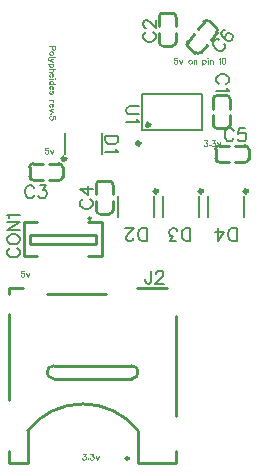
<source format=gto>
G04 Layer: TopSilkscreenLayer*
G04 EasyEDA v6.5.54, 2026-02-14 17:59:59*
G04 2bbe276c55c74596aa95547dd797203b,b56bf7277742442884ecbff68b5c164c,10*
G04 Gerber Generator version 0.2*
G04 Scale: 100 percent, Rotated: No, Reflected: No *
G04 Dimensions in millimeters *
G04 leading zeros omitted , absolute positions ,4 integer and 5 decimal *
%FSLAX45Y45*%
%MOMM*%

%ADD10C,0.0500*%
%ADD11C,0.1524*%
%ADD12C,0.2540*%
%ADD13C,0.3000*%
%ADD14C,0.0154*%

%LPD*%
D10*
X1066551Y3543289D02*
G01*
X1018799Y3543289D01*
X1066551Y3543289D02*
G01*
X1066551Y3522715D01*
X1064265Y3516111D01*
X1061979Y3513825D01*
X1057407Y3511539D01*
X1050549Y3511539D01*
X1045977Y3513825D01*
X1043691Y3516111D01*
X1041405Y3522715D01*
X1041405Y3543289D01*
X1050549Y3485123D02*
G01*
X1048263Y3489695D01*
X1043691Y3494267D01*
X1036833Y3496553D01*
X1032261Y3496553D01*
X1025657Y3494267D01*
X1021085Y3489695D01*
X1018799Y3485123D01*
X1018799Y3478265D01*
X1021085Y3473693D01*
X1025657Y3469121D01*
X1032261Y3466835D01*
X1036833Y3466835D01*
X1043691Y3469121D01*
X1048263Y3473693D01*
X1050549Y3478265D01*
X1050549Y3485123D01*
X1066551Y3451849D02*
G01*
X1018799Y3451849D01*
X1050549Y3434577D02*
G01*
X1018799Y3421115D01*
X1050549Y3407399D02*
G01*
X1018799Y3421115D01*
X1009655Y3425687D01*
X1005083Y3430005D01*
X1002797Y3434577D01*
X1002797Y3436863D01*
X1050549Y3392413D02*
G01*
X1002797Y3392413D01*
X1043691Y3392413D02*
G01*
X1048263Y3387841D01*
X1050549Y3383269D01*
X1050549Y3376411D01*
X1048263Y3371839D01*
X1043691Y3367267D01*
X1036833Y3365235D01*
X1032261Y3365235D01*
X1025657Y3367267D01*
X1021085Y3371839D01*
X1018799Y3376411D01*
X1018799Y3383269D01*
X1021085Y3387841D01*
X1025657Y3392413D01*
X1066551Y3349995D02*
G01*
X1018799Y3349995D01*
X1041405Y3349995D02*
G01*
X1048263Y3343391D01*
X1050549Y3338819D01*
X1050549Y3331961D01*
X1048263Y3327389D01*
X1041405Y3325103D01*
X1018799Y3325103D01*
X1036833Y3310117D02*
G01*
X1036833Y3282939D01*
X1041405Y3282939D01*
X1045977Y3285225D01*
X1048263Y3287257D01*
X1050549Y3291829D01*
X1050549Y3298687D01*
X1048263Y3303259D01*
X1043691Y3307831D01*
X1036833Y3310117D01*
X1032261Y3310117D01*
X1025657Y3307831D01*
X1021085Y3303259D01*
X1018799Y3298687D01*
X1018799Y3291829D01*
X1021085Y3287257D01*
X1025657Y3282939D01*
X1066551Y3267953D02*
G01*
X1064265Y3265667D01*
X1066551Y3263381D01*
X1068837Y3265667D01*
X1066551Y3267953D01*
X1050549Y3265667D02*
G01*
X1018799Y3265667D01*
X1066551Y3220963D02*
G01*
X1018799Y3220963D01*
X1043691Y3220963D02*
G01*
X1048263Y3225535D01*
X1050549Y3230107D01*
X1050549Y3236965D01*
X1048263Y3241537D01*
X1043691Y3246109D01*
X1036833Y3248395D01*
X1032261Y3248395D01*
X1025657Y3246109D01*
X1021085Y3241537D01*
X1018799Y3236965D01*
X1018799Y3230107D01*
X1021085Y3225535D01*
X1025657Y3220963D01*
X1036833Y3205977D02*
G01*
X1036833Y3178799D01*
X1041405Y3178799D01*
X1045977Y3181085D01*
X1048263Y3183371D01*
X1050549Y3187943D01*
X1050549Y3194547D01*
X1048263Y3199119D01*
X1043691Y3203691D01*
X1036833Y3205977D01*
X1032261Y3205977D01*
X1025657Y3203691D01*
X1021085Y3199119D01*
X1018799Y3194547D01*
X1018799Y3187943D01*
X1021085Y3183371D01*
X1025657Y3178799D01*
X1043691Y3138667D02*
G01*
X1048263Y3140953D01*
X1050549Y3147811D01*
X1050549Y3154669D01*
X1048263Y3161527D01*
X1043691Y3163813D01*
X1039119Y3161527D01*
X1036833Y3156955D01*
X1034547Y3145525D01*
X1032261Y3140953D01*
X1027689Y3138667D01*
X1025657Y3138667D01*
X1021085Y3140953D01*
X1018799Y3147811D01*
X1018799Y3154669D01*
X1021085Y3161527D01*
X1025657Y3163813D01*
X1050549Y3088629D02*
G01*
X1018799Y3088629D01*
X1036833Y3088629D02*
G01*
X1043691Y3086597D01*
X1048263Y3082025D01*
X1050549Y3077453D01*
X1050549Y3070595D01*
X1036833Y3055609D02*
G01*
X1036833Y3028177D01*
X1041405Y3028177D01*
X1045977Y3030463D01*
X1048263Y3032749D01*
X1050549Y3037321D01*
X1050549Y3044179D01*
X1048263Y3048751D01*
X1043691Y3053323D01*
X1036833Y3055609D01*
X1032261Y3055609D01*
X1025657Y3053323D01*
X1021085Y3048751D01*
X1018799Y3044179D01*
X1018799Y3037321D01*
X1021085Y3032749D01*
X1025657Y3028177D01*
X1050549Y3013191D02*
G01*
X1018799Y2999729D01*
X1050549Y2986013D02*
G01*
X1018799Y2999729D01*
X1029975Y2968741D02*
G01*
X1027689Y2971027D01*
X1025657Y2968741D01*
X1027689Y2966455D01*
X1029975Y2968741D01*
X1066551Y2924291D02*
G01*
X1066551Y2946897D01*
X1045977Y2949183D01*
X1048263Y2946897D01*
X1050549Y2940039D01*
X1050549Y2933181D01*
X1048263Y2926577D01*
X1043691Y2922005D01*
X1036833Y2919719D01*
X1032261Y2919719D01*
X1025657Y2922005D01*
X1021085Y2926577D01*
X1018799Y2933181D01*
X1018799Y2940039D01*
X1021085Y2946897D01*
X1023371Y2949183D01*
X1027689Y2951469D01*
X801878Y1638045D02*
G01*
X779271Y1638045D01*
X776986Y1617471D01*
X779271Y1619757D01*
X786129Y1622044D01*
X792987Y1622044D01*
X799592Y1619757D01*
X804163Y1615186D01*
X806450Y1608328D01*
X806450Y1603755D01*
X804163Y1597152D01*
X799592Y1592579D01*
X792987Y1590294D01*
X786129Y1590294D01*
X779271Y1592579D01*
X776986Y1594865D01*
X774700Y1599437D01*
X821436Y1622044D02*
G01*
X835152Y1590294D01*
X848868Y1622044D02*
G01*
X835152Y1590294D01*
X1005078Y2679445D02*
G01*
X982471Y2679445D01*
X980186Y2658871D01*
X982471Y2661157D01*
X989329Y2663444D01*
X996187Y2663444D01*
X1002792Y2661157D01*
X1007363Y2656586D01*
X1009650Y2649728D01*
X1009650Y2645155D01*
X1007363Y2638552D01*
X1002792Y2633979D01*
X996187Y2631694D01*
X989329Y2631694D01*
X982471Y2633979D01*
X980186Y2636265D01*
X977900Y2640837D01*
X1024636Y2663444D02*
G01*
X1038352Y2631694D01*
X1052068Y2663444D02*
G01*
X1038352Y2631694D01*
X2097277Y3441445D02*
G01*
X2074672Y3441445D01*
X2072386Y3420871D01*
X2074672Y3423157D01*
X2081529Y3425444D01*
X2088388Y3425444D01*
X2094991Y3423157D01*
X2099563Y3418586D01*
X2101850Y3411728D01*
X2101850Y3407155D01*
X2099563Y3400552D01*
X2094991Y3395979D01*
X2088388Y3393694D01*
X2081529Y3393694D01*
X2074672Y3395979D01*
X2072386Y3398265D01*
X2070100Y3402837D01*
X2116836Y3425444D02*
G01*
X2130552Y3393694D01*
X2144268Y3425444D02*
G01*
X2130552Y3393694D01*
X2205481Y3425444D02*
G01*
X2200909Y3423157D01*
X2196338Y3418586D01*
X2194306Y3411728D01*
X2194306Y3407155D01*
X2196338Y3400552D01*
X2200909Y3395979D01*
X2205481Y3393694D01*
X2212340Y3393694D01*
X2216911Y3395979D01*
X2221484Y3400552D01*
X2223770Y3407155D01*
X2223770Y3411728D01*
X2221484Y3418586D01*
X2216911Y3423157D01*
X2212340Y3425444D01*
X2205481Y3425444D01*
X2238756Y3425444D02*
G01*
X2238756Y3393694D01*
X2238756Y3416300D02*
G01*
X2245613Y3423157D01*
X2250186Y3425444D01*
X2257043Y3425444D01*
X2261361Y3423157D01*
X2263647Y3416300D01*
X2263647Y3393694D01*
X2313686Y3425444D02*
G01*
X2313686Y3377692D01*
X2313686Y3418586D02*
G01*
X2318258Y3423157D01*
X2322829Y3425444D01*
X2329688Y3425444D01*
X2334259Y3423157D01*
X2338831Y3418586D01*
X2341118Y3411728D01*
X2341118Y3407155D01*
X2338831Y3400552D01*
X2334259Y3395979D01*
X2329688Y3393694D01*
X2322829Y3393694D01*
X2318258Y3395979D01*
X2313686Y3400552D01*
X2356104Y3441445D02*
G01*
X2358390Y3439160D01*
X2360675Y3441445D01*
X2358390Y3443731D01*
X2356104Y3441445D01*
X2358390Y3425444D02*
G01*
X2358390Y3393694D01*
X2375661Y3425444D02*
G01*
X2375661Y3393694D01*
X2375661Y3416300D02*
G01*
X2382265Y3423157D01*
X2386838Y3425444D01*
X2393695Y3425444D01*
X2398268Y3423157D01*
X2400554Y3416300D01*
X2400554Y3393694D01*
X2450591Y3432302D02*
G01*
X2455163Y3434587D01*
X2462022Y3441445D01*
X2462022Y3393694D01*
X2490470Y3441445D02*
G01*
X2483611Y3439160D01*
X2479293Y3432302D01*
X2477008Y3420871D01*
X2477008Y3414013D01*
X2479293Y3402837D01*
X2483611Y3395979D01*
X2490470Y3393694D01*
X2495041Y3393694D01*
X2501900Y3395979D01*
X2506472Y3402837D01*
X2508758Y3414013D01*
X2508758Y3420871D01*
X2506472Y3432302D01*
X2501900Y3439160D01*
X2495041Y3441445D01*
X2490470Y3441445D01*
X1299971Y88645D02*
G01*
X1324863Y88645D01*
X1311402Y70357D01*
X1318005Y70357D01*
X1322578Y68071D01*
X1324863Y65786D01*
X1327150Y58928D01*
X1327150Y54355D01*
X1324863Y47752D01*
X1320292Y43179D01*
X1313687Y40894D01*
X1306829Y40894D01*
X1299971Y43179D01*
X1297686Y45465D01*
X1295400Y50037D01*
X1344421Y52070D02*
G01*
X1342136Y50037D01*
X1344421Y47752D01*
X1346707Y50037D01*
X1344421Y52070D01*
X1366265Y88645D02*
G01*
X1391412Y88645D01*
X1377695Y70357D01*
X1384554Y70357D01*
X1389126Y68071D01*
X1391412Y65786D01*
X1393697Y58928D01*
X1393697Y54355D01*
X1391412Y47752D01*
X1386839Y43179D01*
X1379981Y40894D01*
X1373123Y40894D01*
X1366265Y43179D01*
X1363979Y45465D01*
X1361694Y50037D01*
X1408684Y72644D02*
G01*
X1422145Y40894D01*
X1435862Y72644D02*
G01*
X1422145Y40894D01*
X2328672Y2742945D02*
G01*
X2353563Y2742945D01*
X2340102Y2724657D01*
X2346706Y2724657D01*
X2351277Y2722371D01*
X2353563Y2720086D01*
X2355850Y2713228D01*
X2355850Y2708655D01*
X2353563Y2702052D01*
X2348991Y2697479D01*
X2342388Y2695194D01*
X2335529Y2695194D01*
X2328672Y2697479D01*
X2326386Y2699765D01*
X2324100Y2704337D01*
X2373122Y2706370D02*
G01*
X2370836Y2704337D01*
X2373122Y2702052D01*
X2375408Y2704337D01*
X2373122Y2706370D01*
X2394965Y2742945D02*
G01*
X2420111Y2742945D01*
X2406395Y2724657D01*
X2413254Y2724657D01*
X2417825Y2722371D01*
X2420111Y2720086D01*
X2422397Y2713228D01*
X2422397Y2708655D01*
X2420111Y2702052D01*
X2415540Y2697479D01*
X2408681Y2695194D01*
X2401824Y2695194D01*
X2394965Y2697479D01*
X2392679Y2699765D01*
X2390393Y2704337D01*
X2437384Y2726944D02*
G01*
X2450845Y2695194D01*
X2464561Y2726944D02*
G01*
X2450845Y2695194D01*
D11*
X1601205Y2781287D02*
G01*
X1492239Y2781287D01*
X1601205Y2781287D02*
G01*
X1601205Y2744965D01*
X1596125Y2729217D01*
X1585711Y2719057D01*
X1575297Y2713723D01*
X1559549Y2708643D01*
X1533641Y2708643D01*
X1518147Y2713723D01*
X1507733Y2719057D01*
X1497319Y2729217D01*
X1492239Y2744965D01*
X1492239Y2781287D01*
X1580377Y2674353D02*
G01*
X1585711Y2663939D01*
X1601205Y2648191D01*
X1492239Y2648191D01*
X1841497Y1891273D02*
G01*
X1841497Y2000239D01*
X1841497Y1891273D02*
G01*
X1805175Y1891273D01*
X1789429Y1896353D01*
X1779262Y1906767D01*
X1773933Y1917181D01*
X1768855Y1932929D01*
X1768855Y1958837D01*
X1773933Y1974331D01*
X1779262Y1984745D01*
X1789429Y1995159D01*
X1805175Y2000239D01*
X1841497Y2000239D01*
X1729231Y1917181D02*
G01*
X1729231Y1912101D01*
X1724149Y1901687D01*
X1718815Y1896353D01*
X1708398Y1891273D01*
X1687829Y1891273D01*
X1677415Y1896353D01*
X1672081Y1901687D01*
X1666999Y1912101D01*
X1666999Y1922515D01*
X1672081Y1932929D01*
X1682490Y1948423D01*
X1734565Y2000239D01*
X1661665Y2000239D01*
X2209789Y1891273D02*
G01*
X2209789Y2000239D01*
X2209789Y1891273D02*
G01*
X2173467Y1891273D01*
X2157719Y1896353D01*
X2147559Y1906767D01*
X2142225Y1917181D01*
X2137145Y1932929D01*
X2137145Y1958837D01*
X2142225Y1974331D01*
X2147559Y1984745D01*
X2157719Y1995159D01*
X2173467Y2000239D01*
X2209789Y2000239D01*
X2092441Y1891273D02*
G01*
X2035291Y1891273D01*
X2066279Y1932929D01*
X2050785Y1932929D01*
X2040371Y1938009D01*
X2035291Y1943089D01*
X2029957Y1958837D01*
X2029957Y1969251D01*
X2035291Y1984745D01*
X2045705Y1995159D01*
X2061199Y2000239D01*
X2076693Y2000239D01*
X2092441Y1995159D01*
X2097521Y1990079D01*
X2102855Y1979665D01*
X2603489Y1891273D02*
G01*
X2603489Y2000239D01*
X2603489Y1891273D02*
G01*
X2567167Y1891273D01*
X2551419Y1896353D01*
X2541259Y1906767D01*
X2535925Y1917181D01*
X2530845Y1932929D01*
X2530845Y1958837D01*
X2535925Y1974331D01*
X2541259Y1984745D01*
X2551419Y1995159D01*
X2567167Y2000239D01*
X2603489Y2000239D01*
X2444485Y1891273D02*
G01*
X2496555Y1963917D01*
X2418577Y1963917D01*
X2444485Y1891273D02*
G01*
X2444485Y2000239D01*
X1779013Y3035292D02*
G01*
X1701035Y3035292D01*
X1685538Y3030204D01*
X1675127Y3019800D01*
X1670044Y3004045D01*
X1670044Y2993623D01*
X1675127Y2978142D01*
X1685538Y2967720D01*
X1701035Y2962650D01*
X1779013Y2962650D01*
X1758185Y2928353D02*
G01*
X1763519Y2917944D01*
X1779013Y2902193D01*
X1670044Y2902193D01*
X2515097Y3224011D02*
G01*
X2525511Y3229345D01*
X2535925Y3239759D01*
X2541005Y3249919D01*
X2541005Y3270747D01*
X2535925Y3281161D01*
X2525511Y3291575D01*
X2515097Y3296909D01*
X2499349Y3301989D01*
X2473441Y3301989D01*
X2457947Y3296909D01*
X2447533Y3291575D01*
X2437119Y3281161D01*
X2432039Y3270747D01*
X2432039Y3249919D01*
X2437119Y3239759D01*
X2447533Y3229345D01*
X2457947Y3224011D01*
X2520177Y3189721D02*
G01*
X2525511Y3179307D01*
X2541005Y3163813D01*
X2432039Y3163813D01*
X1836077Y3657892D02*
G01*
X1825663Y3652558D01*
X1815249Y3642144D01*
X1810169Y3631984D01*
X1810169Y3611156D01*
X1815249Y3600742D01*
X1825663Y3590328D01*
X1836077Y3584994D01*
X1851825Y3579914D01*
X1877733Y3579914D01*
X1893227Y3584994D01*
X1903641Y3590328D01*
X1914055Y3600742D01*
X1919135Y3611156D01*
X1919135Y3631984D01*
X1914055Y3642144D01*
X1903641Y3652558D01*
X1893227Y3657892D01*
X1836077Y3697262D02*
G01*
X1830997Y3697262D01*
X1820583Y3702596D01*
X1815249Y3707676D01*
X1810169Y3718090D01*
X1810169Y3738918D01*
X1815249Y3749332D01*
X1820583Y3754412D01*
X1830997Y3759746D01*
X1841411Y3759746D01*
X1851825Y3754412D01*
X1867319Y3743998D01*
X1919135Y3692182D01*
X1919135Y3764826D01*
X890778Y2337307D02*
G01*
X885444Y2347721D01*
X875029Y2358136D01*
X864870Y2363215D01*
X844042Y2363215D01*
X833628Y2358136D01*
X823213Y2347721D01*
X817879Y2337307D01*
X812800Y2321560D01*
X812800Y2295652D01*
X817879Y2280157D01*
X823213Y2269744D01*
X833628Y2259329D01*
X844042Y2254250D01*
X864870Y2254250D01*
X875029Y2259329D01*
X885444Y2269744D01*
X890778Y2280157D01*
X935481Y2363215D02*
G01*
X992631Y2363215D01*
X961389Y2321560D01*
X976884Y2321560D01*
X987297Y2316479D01*
X992631Y2311400D01*
X997712Y2295652D01*
X997712Y2285237D01*
X992631Y2269744D01*
X982218Y2259329D01*
X966470Y2254250D01*
X950976Y2254250D01*
X935481Y2259329D01*
X930147Y2264410D01*
X925068Y2274823D01*
X1301529Y2244300D02*
G01*
X1291115Y2238966D01*
X1280701Y2228552D01*
X1275621Y2218392D01*
X1275621Y2197564D01*
X1280701Y2187150D01*
X1291115Y2176736D01*
X1301529Y2171402D01*
X1317277Y2166322D01*
X1343185Y2166322D01*
X1358679Y2171402D01*
X1369093Y2176736D01*
X1379507Y2187150D01*
X1384587Y2197564D01*
X1384587Y2218392D01*
X1379507Y2228552D01*
X1369093Y2238966D01*
X1358679Y2244300D01*
X1275621Y2330406D02*
G01*
X1348265Y2278590D01*
X1348265Y2356568D01*
X1275621Y2330406D02*
G01*
X1384587Y2330406D01*
X1880872Y1639318D02*
G01*
X1880872Y1556260D01*
X1875538Y1540512D01*
X1870458Y1535432D01*
X1860044Y1530352D01*
X1849630Y1530352D01*
X1839216Y1535432D01*
X1833882Y1540512D01*
X1828802Y1556260D01*
X1828802Y1566674D01*
X1920242Y1613410D02*
G01*
X1920242Y1618490D01*
X1925322Y1628904D01*
X1930656Y1634238D01*
X1941070Y1639318D01*
X1961898Y1639318D01*
X1972312Y1634238D01*
X1977392Y1628904D01*
X1982472Y1618490D01*
X1982472Y1608076D01*
X1977392Y1597662D01*
X1966978Y1582168D01*
X1915162Y1530352D01*
X1987806Y1530352D01*
X2579872Y2819902D02*
G01*
X2574538Y2830316D01*
X2564124Y2840730D01*
X2553964Y2845810D01*
X2533136Y2845810D01*
X2522722Y2840730D01*
X2512308Y2830316D01*
X2506974Y2819902D01*
X2501894Y2804154D01*
X2501894Y2778246D01*
X2506974Y2762752D01*
X2512308Y2752338D01*
X2522722Y2741924D01*
X2533136Y2736844D01*
X2553964Y2736844D01*
X2564124Y2741924D01*
X2574538Y2752338D01*
X2579872Y2762752D01*
X2676392Y2845810D02*
G01*
X2624576Y2845810D01*
X2619242Y2799074D01*
X2624576Y2804154D01*
X2640070Y2809488D01*
X2655564Y2809488D01*
X2671312Y2804154D01*
X2681726Y2793994D01*
X2686806Y2778246D01*
X2686806Y2767832D01*
X2681726Y2752338D01*
X2671312Y2741924D01*
X2655564Y2736844D01*
X2640070Y2736844D01*
X2624576Y2741924D01*
X2619242Y2747004D01*
X2614162Y2757418D01*
X2456093Y3596667D02*
G01*
X2444643Y3599075D01*
X2429997Y3597536D01*
X2419654Y3592837D01*
X2406548Y3576652D01*
X2403942Y3565362D01*
X2405481Y3550714D01*
X2410218Y3540015D01*
X2419258Y3526157D01*
X2439393Y3509853D01*
X2454633Y3504049D01*
X2466080Y3501641D01*
X2480729Y3503180D01*
X2491229Y3508077D01*
X2504338Y3524265D01*
X2506784Y3535357D01*
X2505245Y3550003D01*
X2500508Y3560704D01*
X2508742Y3678232D02*
G01*
X2497452Y3680838D01*
X2483594Y3671796D01*
X2477201Y3663901D01*
X2471237Y3648466D01*
X2476921Y3630462D01*
X2493860Y3610208D01*
X2513995Y3593904D01*
X2533378Y3584745D01*
X2548023Y3586284D01*
X2561882Y3595326D01*
X2565079Y3599273D01*
X2570883Y3614511D01*
X2569344Y3629159D01*
X2560657Y3643055D01*
X2556512Y3646411D01*
X2541115Y3652017D01*
X2526469Y3650477D01*
X2512771Y3641633D01*
X2509573Y3637686D01*
X2503611Y3622250D01*
X2505151Y3607602D01*
X2513995Y3593904D01*
X685289Y1830517D02*
G01*
X674875Y1825183D01*
X664461Y1814769D01*
X659381Y1804609D01*
X659381Y1783781D01*
X664461Y1773367D01*
X674875Y1762953D01*
X685289Y1757619D01*
X701037Y1752539D01*
X726945Y1752539D01*
X742439Y1757619D01*
X752853Y1762953D01*
X763267Y1773367D01*
X768347Y1783781D01*
X768347Y1804609D01*
X763267Y1814769D01*
X752853Y1825183D01*
X742439Y1830517D01*
X659381Y1896049D02*
G01*
X664461Y1885635D01*
X674875Y1875221D01*
X685289Y1869887D01*
X701037Y1864807D01*
X726945Y1864807D01*
X742439Y1869887D01*
X752853Y1875221D01*
X763267Y1885635D01*
X768347Y1896049D01*
X768347Y1916623D01*
X763267Y1927037D01*
X752853Y1937451D01*
X742439Y1942785D01*
X726945Y1947865D01*
X701037Y1947865D01*
X685289Y1942785D01*
X674875Y1937451D01*
X664461Y1927037D01*
X659381Y1916623D01*
X659381Y1896049D01*
X659381Y1982155D02*
G01*
X768347Y1982155D01*
X659381Y1982155D02*
G01*
X768347Y2054799D01*
X659381Y2054799D02*
G01*
X768347Y2054799D01*
X680209Y2089089D02*
G01*
X674875Y2099503D01*
X659381Y2115251D01*
X768347Y2115251D01*
X1462016Y2628874D02*
G01*
X1462016Y2806715D01*
X1154178Y2628874D02*
G01*
X1154178Y2806715D01*
X1598678Y2273310D02*
G01*
X1598678Y2095472D01*
X1906516Y2273310D02*
G01*
X1906516Y2095472D01*
X1979675Y2273315D02*
G01*
X1979675Y2095474D01*
X2287513Y2273315D02*
G01*
X2287513Y2095474D01*
X2360675Y2273315D02*
G01*
X2360675Y2095474D01*
X2668513Y2273315D02*
G01*
X2668513Y2095474D01*
X1804527Y2832595D02*
G01*
X1804527Y3136384D01*
X2310264Y3136384D01*
X2310264Y2832595D01*
X1804527Y2832595D01*
D12*
X2547457Y2956481D02*
G01*
X2547457Y2876483D01*
X2547503Y3012526D02*
G01*
X2547503Y3092523D01*
X2405489Y2956481D02*
G01*
X2405489Y2876483D01*
X2405537Y3012526D02*
G01*
X2405537Y3092523D01*
X2516474Y2845508D02*
G01*
X2436469Y2845508D01*
X2436522Y3123501D02*
G01*
X2516525Y3123501D01*
X2090257Y3654981D02*
G01*
X2090257Y3574983D01*
X2090303Y3711026D02*
G01*
X2090303Y3791023D01*
X1948289Y3654981D02*
G01*
X1948289Y3574983D01*
X1948337Y3711026D02*
G01*
X1948337Y3791023D01*
X2059274Y3544008D02*
G01*
X1979269Y3544008D01*
X1979322Y3822001D02*
G01*
X2059325Y3822001D01*
X1018618Y2547457D02*
G01*
X1098616Y2547457D01*
X962573Y2547503D02*
G01*
X882576Y2547503D01*
X1018618Y2405489D02*
G01*
X1098616Y2405489D01*
X962573Y2405537D02*
G01*
X882576Y2405537D01*
X1129591Y2516474D02*
G01*
X1129591Y2436469D01*
X851598Y2436522D02*
G01*
X851598Y2516525D01*
X1556857Y2232581D02*
G01*
X1556857Y2152583D01*
X1556903Y2288626D02*
G01*
X1556903Y2368623D01*
X1414889Y2232581D02*
G01*
X1414889Y2152583D01*
X1414937Y2288626D02*
G01*
X1414937Y2368623D01*
X1525874Y2121608D02*
G01*
X1445869Y2121608D01*
X1445922Y2399601D02*
G01*
X1525925Y2399601D01*
X1758800Y1495501D02*
G01*
X2018190Y1495501D01*
X677303Y10749D02*
G01*
X677303Y112641D01*
X677303Y546369D02*
G01*
X677303Y1277635D01*
X677303Y1443865D02*
G01*
X677303Y1495501D01*
X792187Y1495501D01*
X999299Y1440502D02*
G01*
X1494302Y1440502D01*
X2091301Y10749D02*
G01*
X2091301Y112633D01*
X2091301Y408863D02*
G01*
X2091301Y1260637D01*
X834306Y285503D02*
G01*
X834306Y10500D01*
X677303Y10500D01*
X1714301Y725502D02*
G01*
X1054303Y725502D01*
X1714301Y835505D02*
G01*
X1054303Y835505D01*
X2091301Y10749D02*
G01*
X1769305Y10749D01*
X1769305Y285503D01*
X2537376Y2557937D02*
G01*
X2457378Y2557937D01*
X2593421Y2557891D02*
G01*
X2673418Y2557891D01*
X2537376Y2699905D02*
G01*
X2457378Y2699905D01*
X2593421Y2699857D02*
G01*
X2673418Y2699857D01*
X2426403Y2588920D02*
G01*
X2426403Y2668925D01*
X2704396Y2668871D02*
G01*
X2704396Y2588869D01*
X2348910Y3553071D02*
G01*
X2298567Y3490899D01*
X2384216Y3596596D02*
G01*
X2434562Y3658765D01*
X2238580Y3642413D02*
G01*
X2188237Y3580244D01*
X2273889Y3685938D02*
G01*
X2324232Y3748107D01*
X2254996Y3486327D02*
G01*
X2192820Y3536675D01*
X2367808Y3752682D02*
G01*
X2429982Y3702334D01*
X1460299Y1760994D02*
G01*
X1460299Y2048995D01*
X800295Y1760994D02*
G01*
X800295Y2048995D01*
X1460299Y1760994D02*
G01*
X1343411Y1760994D01*
X917183Y1760994D02*
G01*
X800295Y1760994D01*
X1460299Y2048995D02*
G01*
X1343411Y2048995D01*
X917183Y2048995D02*
G01*
X800295Y2048995D01*
X1410307Y1864995D02*
G01*
X850313Y1864995D01*
X850313Y1945004D01*
X1410307Y1945004D01*
X1410307Y1864995D01*
G75*
G01*
X2405537Y3092519D02*
G02*
X2436523Y3123501I30983J0D01*
G75*
G01*
X2516520Y3123501D02*
G02*
X2547503Y3092519I0J-30982D01*
G75*
G01*
X2547457Y2876489D02*
G02*
X2516475Y2845509I-30982J3D01*
G75*
G01*
X2436477Y2845509D02*
G02*
X2405489Y2876489I-5J30983D01*
G75*
G01*
X1948337Y3791019D02*
G02*
X1979323Y3822001I30983J0D01*
G75*
G01*
X2059320Y3822001D02*
G02*
X2090303Y3791019I0J-30982D01*
G75*
G01*
X2090257Y3574989D02*
G02*
X2059275Y3544009I-30982J3D01*
G75*
G01*
X1979277Y3544009D02*
G02*
X1948289Y3574989I-5J30983D01*
G75*
G01*
X882581Y2405537D02*
G02*
X851599Y2436523I0J30983D01*
G75*
G01*
X851599Y2516520D02*
G02*
X882581Y2547503I30982J0D01*
G75*
G01*
X1098611Y2547457D02*
G02*
X1129591Y2516475I-3J-30982D01*
G75*
G01*
X1129591Y2436477D02*
G02*
X1098611Y2405489I-30983J-5D01*
G75*
G01*
X1414937Y2368619D02*
G02*
X1445923Y2399601I30983J0D01*
G75*
G01*
X1525920Y2399601D02*
G02*
X1556903Y2368619I0J-30982D01*
G75*
G01*
X1556857Y2152589D02*
G02*
X1525875Y2121609I-30982J3D01*
G75*
G01*
X1445877Y2121609D02*
G02*
X1414889Y2152589I-5J30983D01*
G75*
G01*
X1714302Y835503D02*
G02*
X1714246Y725564I-401J-54970D01*
G75*
G01*
X1054303Y725503D02*
G02*
X1054354Y835546I26J55021D01*
G75*
G01*
X834304Y285504D02*
G02*
X1769364Y285382I467482J-367825D01*
G75*
G01*
X2673413Y2699857D02*
G02*
X2704396Y2668872I1J-30982D01*
G75*
G01*
X2704396Y2588875D02*
G02*
X2673413Y2557892I-30982J0D01*
G75*
G01*
X2457384Y2557937D02*
G02*
X2426404Y2588920I2J30983D01*
G75*
G01*
X2426404Y2668918D02*
G02*
X2457384Y2699906I30982J5D01*
G75*
G01*
X2324230Y3748105D02*
G02*
X2367808Y3752682I24077J-19499D01*
G75*
G01*
X2429977Y3702340D02*
G02*
X2434557Y3658763I-19498J-24078D01*
G75*
G01*
X2298570Y3490905D02*
G02*
X2254997Y3486328I-24075J19501D01*
G75*
G01*
X2192825Y3536671D02*
G02*
X2188240Y3580249I19494J24081D01*
D13*
G75*
G01
X1156284Y2587650D02*
G03X1156284Y2587650I-15011J0D01*
G75*
G01
X1934439Y2314550D02*
G03X1934439Y2314550I-15011J0D01*
G75*
G01
X2315439Y2314550D02*
G03X2315439Y2314550I-15011J0D01*
G75*
G01
X2696439Y2314550D02*
G03X2696439Y2314550I-15011J0D01*
G75*
G01
X1787144Y2719019D02*
G03X1787144Y2719019I-15011J0D01*
G75*
G01
X1867941Y2874823D02*
G03X1867941Y2874823I-15011J0D01*
D12*
G75*
G01
X1689989Y51511D02*
G03X1689989Y51511I-12700J0D01*
G75*
G01
X1370305Y2084984D02*
G03X1370305Y2084984I-10008J0D01*
M02*

</source>
